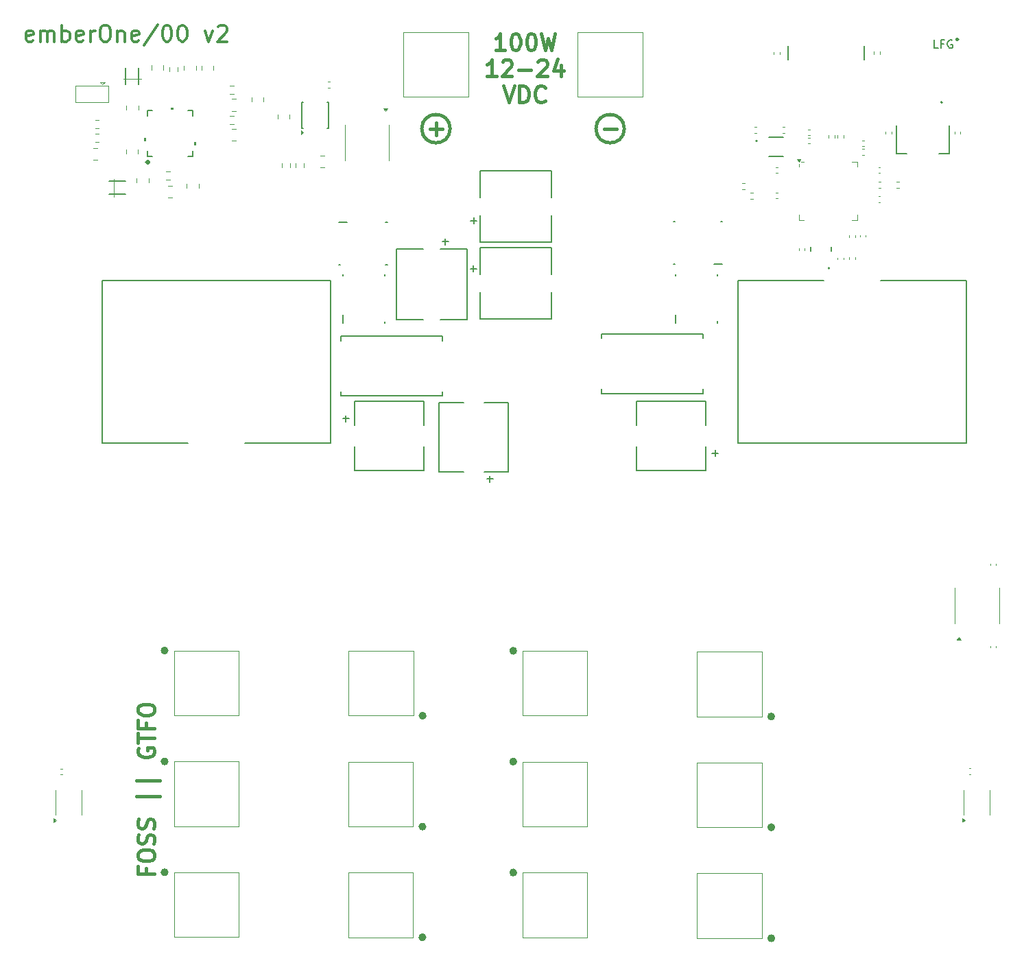
<source format=gbr>
%TF.GenerationSoftware,KiCad,Pcbnew,8.0.7*%
%TF.CreationDate,2025-01-15T12:36:28-05:00*%
%TF.ProjectId,emberone,656d6265-726f-46e6-952e-6b696361645f,rev?*%
%TF.SameCoordinates,Original*%
%TF.FileFunction,Legend,Top*%
%TF.FilePolarity,Positive*%
%FSLAX46Y46*%
G04 Gerber Fmt 4.6, Leading zero omitted, Abs format (unit mm)*
G04 Created by KiCad (PCBNEW 8.0.7) date 2025-01-15 12:36:28*
%MOMM*%
%LPD*%
G01*
G04 APERTURE LIST*
%ADD10C,0.400000*%
%ADD11C,0.150000*%
%ADD12C,0.350000*%
%ADD13C,0.152400*%
%ADD14C,0.120000*%
%ADD15C,0.471096*%
%ADD16C,0.127000*%
%ADD17C,0.200000*%
%ADD18C,0.264009*%
%ADD19C,0.177800*%
%ADD20C,0.350689*%
%ADD21C,0.000000*%
G04 APERTURE END LIST*
D10*
X130996819Y-184023985D02*
X130996819Y-184690652D01*
X132044438Y-184690652D02*
X130044438Y-184690652D01*
X130044438Y-184690652D02*
X130044438Y-183738271D01*
X130044438Y-182595414D02*
X130044438Y-182214461D01*
X130044438Y-182214461D02*
X130139676Y-182023985D01*
X130139676Y-182023985D02*
X130330152Y-181833509D01*
X130330152Y-181833509D02*
X130711104Y-181738271D01*
X130711104Y-181738271D02*
X131377771Y-181738271D01*
X131377771Y-181738271D02*
X131758723Y-181833509D01*
X131758723Y-181833509D02*
X131949200Y-182023985D01*
X131949200Y-182023985D02*
X132044438Y-182214461D01*
X132044438Y-182214461D02*
X132044438Y-182595414D01*
X132044438Y-182595414D02*
X131949200Y-182785890D01*
X131949200Y-182785890D02*
X131758723Y-182976366D01*
X131758723Y-182976366D02*
X131377771Y-183071604D01*
X131377771Y-183071604D02*
X130711104Y-183071604D01*
X130711104Y-183071604D02*
X130330152Y-182976366D01*
X130330152Y-182976366D02*
X130139676Y-182785890D01*
X130139676Y-182785890D02*
X130044438Y-182595414D01*
X131949200Y-180976366D02*
X132044438Y-180690652D01*
X132044438Y-180690652D02*
X132044438Y-180214461D01*
X132044438Y-180214461D02*
X131949200Y-180023985D01*
X131949200Y-180023985D02*
X131853961Y-179928747D01*
X131853961Y-179928747D02*
X131663485Y-179833509D01*
X131663485Y-179833509D02*
X131473009Y-179833509D01*
X131473009Y-179833509D02*
X131282533Y-179928747D01*
X131282533Y-179928747D02*
X131187295Y-180023985D01*
X131187295Y-180023985D02*
X131092057Y-180214461D01*
X131092057Y-180214461D02*
X130996819Y-180595414D01*
X130996819Y-180595414D02*
X130901580Y-180785890D01*
X130901580Y-180785890D02*
X130806342Y-180881128D01*
X130806342Y-180881128D02*
X130615866Y-180976366D01*
X130615866Y-180976366D02*
X130425390Y-180976366D01*
X130425390Y-180976366D02*
X130234914Y-180881128D01*
X130234914Y-180881128D02*
X130139676Y-180785890D01*
X130139676Y-180785890D02*
X130044438Y-180595414D01*
X130044438Y-180595414D02*
X130044438Y-180119223D01*
X130044438Y-180119223D02*
X130139676Y-179833509D01*
X131949200Y-179071604D02*
X132044438Y-178785890D01*
X132044438Y-178785890D02*
X132044438Y-178309699D01*
X132044438Y-178309699D02*
X131949200Y-178119223D01*
X131949200Y-178119223D02*
X131853961Y-178023985D01*
X131853961Y-178023985D02*
X131663485Y-177928747D01*
X131663485Y-177928747D02*
X131473009Y-177928747D01*
X131473009Y-177928747D02*
X131282533Y-178023985D01*
X131282533Y-178023985D02*
X131187295Y-178119223D01*
X131187295Y-178119223D02*
X131092057Y-178309699D01*
X131092057Y-178309699D02*
X130996819Y-178690652D01*
X130996819Y-178690652D02*
X130901580Y-178881128D01*
X130901580Y-178881128D02*
X130806342Y-178976366D01*
X130806342Y-178976366D02*
X130615866Y-179071604D01*
X130615866Y-179071604D02*
X130425390Y-179071604D01*
X130425390Y-179071604D02*
X130234914Y-178976366D01*
X130234914Y-178976366D02*
X130139676Y-178881128D01*
X130139676Y-178881128D02*
X130044438Y-178690652D01*
X130044438Y-178690652D02*
X130044438Y-178214461D01*
X130044438Y-178214461D02*
X130139676Y-177928747D01*
X132711104Y-175071604D02*
X129853961Y-175071604D01*
X132711104Y-173166842D02*
X129853961Y-173166842D01*
X130139676Y-169166841D02*
X130044438Y-169357317D01*
X130044438Y-169357317D02*
X130044438Y-169643031D01*
X130044438Y-169643031D02*
X130139676Y-169928746D01*
X130139676Y-169928746D02*
X130330152Y-170119222D01*
X130330152Y-170119222D02*
X130520628Y-170214460D01*
X130520628Y-170214460D02*
X130901580Y-170309698D01*
X130901580Y-170309698D02*
X131187295Y-170309698D01*
X131187295Y-170309698D02*
X131568247Y-170214460D01*
X131568247Y-170214460D02*
X131758723Y-170119222D01*
X131758723Y-170119222D02*
X131949200Y-169928746D01*
X131949200Y-169928746D02*
X132044438Y-169643031D01*
X132044438Y-169643031D02*
X132044438Y-169452555D01*
X132044438Y-169452555D02*
X131949200Y-169166841D01*
X131949200Y-169166841D02*
X131853961Y-169071603D01*
X131853961Y-169071603D02*
X131187295Y-169071603D01*
X131187295Y-169071603D02*
X131187295Y-169452555D01*
X130044438Y-168500174D02*
X130044438Y-167357317D01*
X132044438Y-167928746D02*
X130044438Y-167928746D01*
X130996819Y-166023983D02*
X130996819Y-166690650D01*
X132044438Y-166690650D02*
X130044438Y-166690650D01*
X130044438Y-166690650D02*
X130044438Y-165738269D01*
X130044438Y-164595412D02*
X130044438Y-164214459D01*
X130044438Y-164214459D02*
X130139676Y-164023983D01*
X130139676Y-164023983D02*
X130330152Y-163833507D01*
X130330152Y-163833507D02*
X130711104Y-163738269D01*
X130711104Y-163738269D02*
X131377771Y-163738269D01*
X131377771Y-163738269D02*
X131758723Y-163833507D01*
X131758723Y-163833507D02*
X131949200Y-164023983D01*
X131949200Y-164023983D02*
X132044438Y-164214459D01*
X132044438Y-164214459D02*
X132044438Y-164595412D01*
X132044438Y-164595412D02*
X131949200Y-164785888D01*
X131949200Y-164785888D02*
X131758723Y-164976364D01*
X131758723Y-164976364D02*
X131377771Y-165071602D01*
X131377771Y-165071602D02*
X130711104Y-165071602D01*
X130711104Y-165071602D02*
X130330152Y-164976364D01*
X130330152Y-164976364D02*
X130139676Y-164785888D01*
X130139676Y-164785888D02*
X130044438Y-164595412D01*
D11*
X228812969Y-82739819D02*
X228336779Y-82739819D01*
X228336779Y-82739819D02*
X228336779Y-81739819D01*
X229479636Y-82216009D02*
X229146303Y-82216009D01*
X229146303Y-82739819D02*
X229146303Y-81739819D01*
X229146303Y-81739819D02*
X229622493Y-81739819D01*
X230527255Y-81787438D02*
X230432017Y-81739819D01*
X230432017Y-81739819D02*
X230289160Y-81739819D01*
X230289160Y-81739819D02*
X230146303Y-81787438D01*
X230146303Y-81787438D02*
X230051065Y-81882676D01*
X230051065Y-81882676D02*
X230003446Y-81977914D01*
X230003446Y-81977914D02*
X229955827Y-82168390D01*
X229955827Y-82168390D02*
X229955827Y-82311247D01*
X229955827Y-82311247D02*
X230003446Y-82501723D01*
X230003446Y-82501723D02*
X230051065Y-82596961D01*
X230051065Y-82596961D02*
X230146303Y-82692200D01*
X230146303Y-82692200D02*
X230289160Y-82739819D01*
X230289160Y-82739819D02*
X230384398Y-82739819D01*
X230384398Y-82739819D02*
X230527255Y-82692200D01*
X230527255Y-82692200D02*
X230574874Y-82644580D01*
X230574874Y-82644580D02*
X230574874Y-82311247D01*
X230574874Y-82311247D02*
X230384398Y-82311247D01*
D10*
X187578095Y-92702533D02*
X189101905Y-92702533D01*
X190060000Y-92690000D02*
G75*
G02*
X186560000Y-92690000I-1750000J0D01*
G01*
X186560000Y-92690000D02*
G75*
G02*
X190060000Y-92690000I1750000J0D01*
G01*
X168560000Y-92690000D02*
G75*
G02*
X165060000Y-92690000I-1750000J0D01*
G01*
X165060000Y-92690000D02*
G75*
G02*
X168560000Y-92690000I1750000J0D01*
G01*
X166078095Y-92702533D02*
X167601905Y-92702533D01*
X166840000Y-93464438D02*
X166840000Y-91940628D01*
X175313809Y-82974662D02*
X174170952Y-82974662D01*
X174742380Y-82974662D02*
X174742380Y-80974662D01*
X174742380Y-80974662D02*
X174551904Y-81260376D01*
X174551904Y-81260376D02*
X174361428Y-81450852D01*
X174361428Y-81450852D02*
X174170952Y-81546090D01*
X176551904Y-80974662D02*
X176742381Y-80974662D01*
X176742381Y-80974662D02*
X176932857Y-81069900D01*
X176932857Y-81069900D02*
X177028095Y-81165138D01*
X177028095Y-81165138D02*
X177123333Y-81355614D01*
X177123333Y-81355614D02*
X177218571Y-81736566D01*
X177218571Y-81736566D02*
X177218571Y-82212757D01*
X177218571Y-82212757D02*
X177123333Y-82593709D01*
X177123333Y-82593709D02*
X177028095Y-82784185D01*
X177028095Y-82784185D02*
X176932857Y-82879424D01*
X176932857Y-82879424D02*
X176742381Y-82974662D01*
X176742381Y-82974662D02*
X176551904Y-82974662D01*
X176551904Y-82974662D02*
X176361428Y-82879424D01*
X176361428Y-82879424D02*
X176266190Y-82784185D01*
X176266190Y-82784185D02*
X176170952Y-82593709D01*
X176170952Y-82593709D02*
X176075714Y-82212757D01*
X176075714Y-82212757D02*
X176075714Y-81736566D01*
X176075714Y-81736566D02*
X176170952Y-81355614D01*
X176170952Y-81355614D02*
X176266190Y-81165138D01*
X176266190Y-81165138D02*
X176361428Y-81069900D01*
X176361428Y-81069900D02*
X176551904Y-80974662D01*
X178456666Y-80974662D02*
X178647143Y-80974662D01*
X178647143Y-80974662D02*
X178837619Y-81069900D01*
X178837619Y-81069900D02*
X178932857Y-81165138D01*
X178932857Y-81165138D02*
X179028095Y-81355614D01*
X179028095Y-81355614D02*
X179123333Y-81736566D01*
X179123333Y-81736566D02*
X179123333Y-82212757D01*
X179123333Y-82212757D02*
X179028095Y-82593709D01*
X179028095Y-82593709D02*
X178932857Y-82784185D01*
X178932857Y-82784185D02*
X178837619Y-82879424D01*
X178837619Y-82879424D02*
X178647143Y-82974662D01*
X178647143Y-82974662D02*
X178456666Y-82974662D01*
X178456666Y-82974662D02*
X178266190Y-82879424D01*
X178266190Y-82879424D02*
X178170952Y-82784185D01*
X178170952Y-82784185D02*
X178075714Y-82593709D01*
X178075714Y-82593709D02*
X177980476Y-82212757D01*
X177980476Y-82212757D02*
X177980476Y-81736566D01*
X177980476Y-81736566D02*
X178075714Y-81355614D01*
X178075714Y-81355614D02*
X178170952Y-81165138D01*
X178170952Y-81165138D02*
X178266190Y-81069900D01*
X178266190Y-81069900D02*
X178456666Y-80974662D01*
X179790000Y-80974662D02*
X180266190Y-82974662D01*
X180266190Y-82974662D02*
X180647143Y-81546090D01*
X180647143Y-81546090D02*
X181028095Y-82974662D01*
X181028095Y-82974662D02*
X181504286Y-80974662D01*
X174266190Y-86194550D02*
X173123333Y-86194550D01*
X173694761Y-86194550D02*
X173694761Y-84194550D01*
X173694761Y-84194550D02*
X173504285Y-84480264D01*
X173504285Y-84480264D02*
X173313809Y-84670740D01*
X173313809Y-84670740D02*
X173123333Y-84765978D01*
X175028095Y-84385026D02*
X175123333Y-84289788D01*
X175123333Y-84289788D02*
X175313809Y-84194550D01*
X175313809Y-84194550D02*
X175790000Y-84194550D01*
X175790000Y-84194550D02*
X175980476Y-84289788D01*
X175980476Y-84289788D02*
X176075714Y-84385026D01*
X176075714Y-84385026D02*
X176170952Y-84575502D01*
X176170952Y-84575502D02*
X176170952Y-84765978D01*
X176170952Y-84765978D02*
X176075714Y-85051692D01*
X176075714Y-85051692D02*
X174932857Y-86194550D01*
X174932857Y-86194550D02*
X176170952Y-86194550D01*
X177028095Y-85432645D02*
X178551905Y-85432645D01*
X179409047Y-84385026D02*
X179504285Y-84289788D01*
X179504285Y-84289788D02*
X179694761Y-84194550D01*
X179694761Y-84194550D02*
X180170952Y-84194550D01*
X180170952Y-84194550D02*
X180361428Y-84289788D01*
X180361428Y-84289788D02*
X180456666Y-84385026D01*
X180456666Y-84385026D02*
X180551904Y-84575502D01*
X180551904Y-84575502D02*
X180551904Y-84765978D01*
X180551904Y-84765978D02*
X180456666Y-85051692D01*
X180456666Y-85051692D02*
X179313809Y-86194550D01*
X179313809Y-86194550D02*
X180551904Y-86194550D01*
X182266190Y-84861216D02*
X182266190Y-86194550D01*
X181789999Y-84099312D02*
X181313809Y-85527883D01*
X181313809Y-85527883D02*
X182551904Y-85527883D01*
X175123333Y-87414438D02*
X175789999Y-89414438D01*
X175789999Y-89414438D02*
X176456666Y-87414438D01*
X177123333Y-89414438D02*
X177123333Y-87414438D01*
X177123333Y-87414438D02*
X177599523Y-87414438D01*
X177599523Y-87414438D02*
X177885238Y-87509676D01*
X177885238Y-87509676D02*
X178075714Y-87700152D01*
X178075714Y-87700152D02*
X178170952Y-87890628D01*
X178170952Y-87890628D02*
X178266190Y-88271580D01*
X178266190Y-88271580D02*
X178266190Y-88557295D01*
X178266190Y-88557295D02*
X178170952Y-88938247D01*
X178170952Y-88938247D02*
X178075714Y-89128723D01*
X178075714Y-89128723D02*
X177885238Y-89319200D01*
X177885238Y-89319200D02*
X177599523Y-89414438D01*
X177599523Y-89414438D02*
X177123333Y-89414438D01*
X180266190Y-89223961D02*
X180170952Y-89319200D01*
X180170952Y-89319200D02*
X179885238Y-89414438D01*
X179885238Y-89414438D02*
X179694762Y-89414438D01*
X179694762Y-89414438D02*
X179409047Y-89319200D01*
X179409047Y-89319200D02*
X179218571Y-89128723D01*
X179218571Y-89128723D02*
X179123333Y-88938247D01*
X179123333Y-88938247D02*
X179028095Y-88557295D01*
X179028095Y-88557295D02*
X179028095Y-88271580D01*
X179028095Y-88271580D02*
X179123333Y-87890628D01*
X179123333Y-87890628D02*
X179218571Y-87700152D01*
X179218571Y-87700152D02*
X179409047Y-87509676D01*
X179409047Y-87509676D02*
X179694762Y-87414438D01*
X179694762Y-87414438D02*
X179885238Y-87414438D01*
X179885238Y-87414438D02*
X180170952Y-87509676D01*
X180170952Y-87509676D02*
X180266190Y-87604914D01*
D12*
X117038358Y-81841800D02*
X116847882Y-81937038D01*
X116847882Y-81937038D02*
X116466929Y-81937038D01*
X116466929Y-81937038D02*
X116276453Y-81841800D01*
X116276453Y-81841800D02*
X116181215Y-81651323D01*
X116181215Y-81651323D02*
X116181215Y-80889419D01*
X116181215Y-80889419D02*
X116276453Y-80698942D01*
X116276453Y-80698942D02*
X116466929Y-80603704D01*
X116466929Y-80603704D02*
X116847882Y-80603704D01*
X116847882Y-80603704D02*
X117038358Y-80698942D01*
X117038358Y-80698942D02*
X117133596Y-80889419D01*
X117133596Y-80889419D02*
X117133596Y-81079895D01*
X117133596Y-81079895D02*
X116181215Y-81270371D01*
X117990739Y-81937038D02*
X117990739Y-80603704D01*
X117990739Y-80794180D02*
X118085977Y-80698942D01*
X118085977Y-80698942D02*
X118276453Y-80603704D01*
X118276453Y-80603704D02*
X118562168Y-80603704D01*
X118562168Y-80603704D02*
X118752644Y-80698942D01*
X118752644Y-80698942D02*
X118847882Y-80889419D01*
X118847882Y-80889419D02*
X118847882Y-81937038D01*
X118847882Y-80889419D02*
X118943120Y-80698942D01*
X118943120Y-80698942D02*
X119133596Y-80603704D01*
X119133596Y-80603704D02*
X119419310Y-80603704D01*
X119419310Y-80603704D02*
X119609787Y-80698942D01*
X119609787Y-80698942D02*
X119705025Y-80889419D01*
X119705025Y-80889419D02*
X119705025Y-81937038D01*
X120657406Y-81937038D02*
X120657406Y-79937038D01*
X120657406Y-80698942D02*
X120847882Y-80603704D01*
X120847882Y-80603704D02*
X121228835Y-80603704D01*
X121228835Y-80603704D02*
X121419311Y-80698942D01*
X121419311Y-80698942D02*
X121514549Y-80794180D01*
X121514549Y-80794180D02*
X121609787Y-80984657D01*
X121609787Y-80984657D02*
X121609787Y-81556085D01*
X121609787Y-81556085D02*
X121514549Y-81746561D01*
X121514549Y-81746561D02*
X121419311Y-81841800D01*
X121419311Y-81841800D02*
X121228835Y-81937038D01*
X121228835Y-81937038D02*
X120847882Y-81937038D01*
X120847882Y-81937038D02*
X120657406Y-81841800D01*
X123228835Y-81841800D02*
X123038359Y-81937038D01*
X123038359Y-81937038D02*
X122657406Y-81937038D01*
X122657406Y-81937038D02*
X122466930Y-81841800D01*
X122466930Y-81841800D02*
X122371692Y-81651323D01*
X122371692Y-81651323D02*
X122371692Y-80889419D01*
X122371692Y-80889419D02*
X122466930Y-80698942D01*
X122466930Y-80698942D02*
X122657406Y-80603704D01*
X122657406Y-80603704D02*
X123038359Y-80603704D01*
X123038359Y-80603704D02*
X123228835Y-80698942D01*
X123228835Y-80698942D02*
X123324073Y-80889419D01*
X123324073Y-80889419D02*
X123324073Y-81079895D01*
X123324073Y-81079895D02*
X122371692Y-81270371D01*
X124181216Y-81937038D02*
X124181216Y-80603704D01*
X124181216Y-80984657D02*
X124276454Y-80794180D01*
X124276454Y-80794180D02*
X124371692Y-80698942D01*
X124371692Y-80698942D02*
X124562168Y-80603704D01*
X124562168Y-80603704D02*
X124752645Y-80603704D01*
X125800263Y-79937038D02*
X126181216Y-79937038D01*
X126181216Y-79937038D02*
X126371692Y-80032276D01*
X126371692Y-80032276D02*
X126562168Y-80222752D01*
X126562168Y-80222752D02*
X126657406Y-80603704D01*
X126657406Y-80603704D02*
X126657406Y-81270371D01*
X126657406Y-81270371D02*
X126562168Y-81651323D01*
X126562168Y-81651323D02*
X126371692Y-81841800D01*
X126371692Y-81841800D02*
X126181216Y-81937038D01*
X126181216Y-81937038D02*
X125800263Y-81937038D01*
X125800263Y-81937038D02*
X125609787Y-81841800D01*
X125609787Y-81841800D02*
X125419311Y-81651323D01*
X125419311Y-81651323D02*
X125324073Y-81270371D01*
X125324073Y-81270371D02*
X125324073Y-80603704D01*
X125324073Y-80603704D02*
X125419311Y-80222752D01*
X125419311Y-80222752D02*
X125609787Y-80032276D01*
X125609787Y-80032276D02*
X125800263Y-79937038D01*
X127514549Y-80603704D02*
X127514549Y-81937038D01*
X127514549Y-80794180D02*
X127609787Y-80698942D01*
X127609787Y-80698942D02*
X127800263Y-80603704D01*
X127800263Y-80603704D02*
X128085978Y-80603704D01*
X128085978Y-80603704D02*
X128276454Y-80698942D01*
X128276454Y-80698942D02*
X128371692Y-80889419D01*
X128371692Y-80889419D02*
X128371692Y-81937038D01*
X130085978Y-81841800D02*
X129895502Y-81937038D01*
X129895502Y-81937038D02*
X129514549Y-81937038D01*
X129514549Y-81937038D02*
X129324073Y-81841800D01*
X129324073Y-81841800D02*
X129228835Y-81651323D01*
X129228835Y-81651323D02*
X129228835Y-80889419D01*
X129228835Y-80889419D02*
X129324073Y-80698942D01*
X129324073Y-80698942D02*
X129514549Y-80603704D01*
X129514549Y-80603704D02*
X129895502Y-80603704D01*
X129895502Y-80603704D02*
X130085978Y-80698942D01*
X130085978Y-80698942D02*
X130181216Y-80889419D01*
X130181216Y-80889419D02*
X130181216Y-81079895D01*
X130181216Y-81079895D02*
X129228835Y-81270371D01*
X132466930Y-79841800D02*
X130752645Y-82413228D01*
X133514549Y-79937038D02*
X133705026Y-79937038D01*
X133705026Y-79937038D02*
X133895502Y-80032276D01*
X133895502Y-80032276D02*
X133990740Y-80127514D01*
X133990740Y-80127514D02*
X134085978Y-80317990D01*
X134085978Y-80317990D02*
X134181216Y-80698942D01*
X134181216Y-80698942D02*
X134181216Y-81175133D01*
X134181216Y-81175133D02*
X134085978Y-81556085D01*
X134085978Y-81556085D02*
X133990740Y-81746561D01*
X133990740Y-81746561D02*
X133895502Y-81841800D01*
X133895502Y-81841800D02*
X133705026Y-81937038D01*
X133705026Y-81937038D02*
X133514549Y-81937038D01*
X133514549Y-81937038D02*
X133324073Y-81841800D01*
X133324073Y-81841800D02*
X133228835Y-81746561D01*
X133228835Y-81746561D02*
X133133597Y-81556085D01*
X133133597Y-81556085D02*
X133038359Y-81175133D01*
X133038359Y-81175133D02*
X133038359Y-80698942D01*
X133038359Y-80698942D02*
X133133597Y-80317990D01*
X133133597Y-80317990D02*
X133228835Y-80127514D01*
X133228835Y-80127514D02*
X133324073Y-80032276D01*
X133324073Y-80032276D02*
X133514549Y-79937038D01*
X135419311Y-79937038D02*
X135609788Y-79937038D01*
X135609788Y-79937038D02*
X135800264Y-80032276D01*
X135800264Y-80032276D02*
X135895502Y-80127514D01*
X135895502Y-80127514D02*
X135990740Y-80317990D01*
X135990740Y-80317990D02*
X136085978Y-80698942D01*
X136085978Y-80698942D02*
X136085978Y-81175133D01*
X136085978Y-81175133D02*
X135990740Y-81556085D01*
X135990740Y-81556085D02*
X135895502Y-81746561D01*
X135895502Y-81746561D02*
X135800264Y-81841800D01*
X135800264Y-81841800D02*
X135609788Y-81937038D01*
X135609788Y-81937038D02*
X135419311Y-81937038D01*
X135419311Y-81937038D02*
X135228835Y-81841800D01*
X135228835Y-81841800D02*
X135133597Y-81746561D01*
X135133597Y-81746561D02*
X135038359Y-81556085D01*
X135038359Y-81556085D02*
X134943121Y-81175133D01*
X134943121Y-81175133D02*
X134943121Y-80698942D01*
X134943121Y-80698942D02*
X135038359Y-80317990D01*
X135038359Y-80317990D02*
X135133597Y-80127514D01*
X135133597Y-80127514D02*
X135228835Y-80032276D01*
X135228835Y-80032276D02*
X135419311Y-79937038D01*
X138276455Y-80603704D02*
X138752645Y-81937038D01*
X138752645Y-81937038D02*
X139228836Y-80603704D01*
X139895503Y-80127514D02*
X139990741Y-80032276D01*
X139990741Y-80032276D02*
X140181217Y-79937038D01*
X140181217Y-79937038D02*
X140657408Y-79937038D01*
X140657408Y-79937038D02*
X140847884Y-80032276D01*
X140847884Y-80032276D02*
X140943122Y-80127514D01*
X140943122Y-80127514D02*
X141038360Y-80317990D01*
X141038360Y-80317990D02*
X141038360Y-80508466D01*
X141038360Y-80508466D02*
X140943122Y-80794180D01*
X140943122Y-80794180D02*
X139800265Y-81937038D01*
X139800265Y-81937038D02*
X141038360Y-81937038D01*
D11*
X171066779Y-109978866D02*
X171828684Y-109978866D01*
X171447731Y-110359819D02*
X171447731Y-109597914D01*
X167971133Y-106256779D02*
X167971133Y-107018684D01*
X167590180Y-106637731D02*
X168352085Y-106637731D01*
X171096779Y-104048866D02*
X171858684Y-104048866D01*
X171477731Y-104429819D02*
X171477731Y-103667914D01*
X155286779Y-128468866D02*
X156048684Y-128468866D01*
X155667731Y-128849819D02*
X155667731Y-128087914D01*
X173448866Y-136323220D02*
X173448866Y-135561316D01*
X173829819Y-135942268D02*
X173067914Y-135942268D01*
X201643220Y-132751133D02*
X200881316Y-132751133D01*
X201262268Y-132370180D02*
X201262268Y-133132085D01*
D13*
%TO.C,C4*%
X172272900Y-107378500D02*
X172272900Y-110677960D01*
X172272900Y-112842040D02*
X172272900Y-116141500D01*
X172272900Y-116141500D02*
X181035900Y-116141500D01*
X181035900Y-107378500D02*
X172272900Y-107378500D01*
X181035900Y-110677960D02*
X181035900Y-107378500D01*
X181035900Y-116141500D02*
X181035900Y-112842040D01*
%TO.C,C1*%
X170681500Y-107530800D02*
X167382040Y-107530800D01*
X165217960Y-107530800D02*
X161918500Y-107530800D01*
X161918500Y-107530800D02*
X161918500Y-116293800D01*
X170681500Y-116293800D02*
X170681500Y-107530800D01*
X167382040Y-116293800D02*
X170681500Y-116293800D01*
X161918500Y-116293800D02*
X165217960Y-116293800D01*
%TO.C,C3*%
X172272900Y-97918500D02*
X172272900Y-101217960D01*
X172272900Y-103382040D02*
X172272900Y-106681500D01*
X172272900Y-106681500D02*
X181035900Y-106681500D01*
X181035900Y-97918500D02*
X172272900Y-97918500D01*
X181035900Y-101217960D02*
X181035900Y-97918500D01*
X181035900Y-106681500D02*
X181035900Y-103382040D01*
%TO.C,U55*%
D14*
X163990000Y-178835000D02*
X155990000Y-178835000D01*
X155990000Y-170835000D01*
X163990000Y-170835000D01*
X163990000Y-178835000D01*
D15*
X165375548Y-178845000D02*
G75*
G02*
X164904452Y-178845000I-235548J0D01*
G01*
X164904452Y-178845000D02*
G75*
G02*
X165375548Y-178845000I235548J0D01*
G01*
%TO.C,U65*%
D14*
X177500000Y-184525000D02*
X185500000Y-184525000D01*
X185500000Y-192525000D01*
X177500000Y-192525000D01*
X177500000Y-184525000D01*
D15*
X176585548Y-184515000D02*
G75*
G02*
X176114452Y-184515000I-235548J0D01*
G01*
X176114452Y-184515000D02*
G75*
G02*
X176585548Y-184515000I235548J0D01*
G01*
%TO.C,U47*%
D14*
X134460000Y-184495000D02*
X142460000Y-184495000D01*
X142460000Y-192495000D01*
X134460000Y-192495000D01*
X134460000Y-184495000D01*
D15*
X133545548Y-184485000D02*
G75*
G02*
X133074452Y-184485000I-235548J0D01*
G01*
X133074452Y-184485000D02*
G75*
G02*
X133545548Y-184485000I235548J0D01*
G01*
%TO.C,U74*%
D14*
X207050000Y-165245000D02*
X199050000Y-165245000D01*
X199050000Y-157245000D01*
X207050000Y-157245000D01*
X207050000Y-165245000D01*
D15*
X208435548Y-165255000D02*
G75*
G02*
X207964452Y-165255000I-235548J0D01*
G01*
X207964452Y-165255000D02*
G75*
G02*
X208435548Y-165255000I235548J0D01*
G01*
%TO.C,U54*%
D14*
X163990000Y-192505000D02*
X155990000Y-192505000D01*
X155990000Y-184505000D01*
X163990000Y-184505000D01*
X163990000Y-192505000D01*
D15*
X165375548Y-192515000D02*
G75*
G02*
X164904452Y-192515000I-235548J0D01*
G01*
X164904452Y-192515000D02*
G75*
G02*
X165375548Y-192515000I235548J0D01*
G01*
%TO.C,U46*%
D14*
X134460000Y-170815000D02*
X142460000Y-170815000D01*
X142460000Y-178815000D01*
X134460000Y-178815000D01*
X134460000Y-170815000D01*
D15*
X133545548Y-170805000D02*
G75*
G02*
X133074452Y-170805000I-235548J0D01*
G01*
X133074452Y-170805000D02*
G75*
G02*
X133545548Y-170805000I235548J0D01*
G01*
%TO.C,U45*%
D14*
X134460000Y-157125000D02*
X142460000Y-157125000D01*
X142460000Y-165125000D01*
X134460000Y-165125000D01*
X134460000Y-157125000D01*
D15*
X133545548Y-157115000D02*
G75*
G02*
X133074452Y-157115000I-235548J0D01*
G01*
X133074452Y-157115000D02*
G75*
G02*
X133545548Y-157115000I235548J0D01*
G01*
%TO.C,U72*%
D14*
X207050000Y-192615000D02*
X199050000Y-192615000D01*
X199050000Y-184615000D01*
X207050000Y-184615000D01*
X207050000Y-192615000D01*
D15*
X208435548Y-192625000D02*
G75*
G02*
X207964452Y-192625000I-235548J0D01*
G01*
X207964452Y-192625000D02*
G75*
G02*
X208435548Y-192625000I235548J0D01*
G01*
%TO.C,U63*%
D14*
X177500000Y-157155000D02*
X185500000Y-157155000D01*
X185500000Y-165155000D01*
X177500000Y-165155000D01*
X177500000Y-157155000D01*
D15*
X176585548Y-157145000D02*
G75*
G02*
X176114452Y-157145000I-235548J0D01*
G01*
X176114452Y-157145000D02*
G75*
G02*
X176585548Y-157145000I235548J0D01*
G01*
%TO.C,U64*%
D14*
X177500000Y-170835000D02*
X185500000Y-170835000D01*
X185500000Y-178835000D01*
X177500000Y-178835000D01*
X177500000Y-170835000D01*
D15*
X176585548Y-170825000D02*
G75*
G02*
X176114452Y-170825000I-235548J0D01*
G01*
X176114452Y-170825000D02*
G75*
G02*
X176585548Y-170825000I235548J0D01*
G01*
%TO.C,U73*%
D14*
X207050000Y-178925000D02*
X199050000Y-178925000D01*
X199050000Y-170925000D01*
X207050000Y-170925000D01*
X207050000Y-178925000D01*
D15*
X208435548Y-178935000D02*
G75*
G02*
X207964452Y-178935000I-235548J0D01*
G01*
X207964452Y-178935000D02*
G75*
G02*
X208435548Y-178935000I235548J0D01*
G01*
%TO.C,U56*%
D14*
X164010000Y-165155000D02*
X156010000Y-165155000D01*
X156010000Y-157155000D01*
X164010000Y-157155000D01*
X164010000Y-165155000D01*
D15*
X165395548Y-165165000D02*
G75*
G02*
X164924452Y-165165000I-235548J0D01*
G01*
X164924452Y-165165000D02*
G75*
G02*
X165395548Y-165165000I235548J0D01*
G01*
D16*
%TO.C,J6*%
X210310000Y-84140000D02*
X210310000Y-82440000D01*
X219650000Y-84140000D02*
X219650000Y-82440000D01*
D13*
%TO.C,C16*%
X156780100Y-126330100D02*
X156780100Y-129324760D01*
X156780100Y-131895240D02*
X156780100Y-134889900D01*
X156780100Y-134889900D02*
X165339900Y-134889900D01*
X165339900Y-126330100D02*
X156780100Y-126330100D01*
X165339900Y-129324760D02*
X165339900Y-126330100D01*
X165339900Y-134889900D02*
X165339900Y-131895240D01*
D14*
%TO.C,U4*%
X230890000Y-151572500D02*
X230890000Y-149372500D01*
X230890000Y-151572500D02*
X230890000Y-153772500D01*
X236360000Y-151572500D02*
X236360000Y-149372500D01*
X236360000Y-151572500D02*
X236360000Y-153772500D01*
X231590000Y-155762500D02*
X231110000Y-155762500D01*
X231350000Y-155432500D01*
X231590000Y-155762500D01*
G36*
X231590000Y-155762500D02*
G01*
X231110000Y-155762500D01*
X231350000Y-155432500D01*
X231590000Y-155762500D01*
G37*
%TO.C,R6*%
X147757500Y-97457258D02*
X147757500Y-96982742D01*
X148802500Y-97457258D02*
X148802500Y-96982742D01*
%TO.C,C11*%
X144055000Y-89341252D02*
X144055000Y-88818748D01*
X145525000Y-89341252D02*
X145525000Y-88818748D01*
D13*
%TO.C,D1*%
X126421300Y-100800500D02*
X128478700Y-100800500D01*
D14*
X127070000Y-98915000D02*
X127070000Y-101125000D01*
D13*
X128478700Y-99149500D02*
X126421300Y-99149500D01*
D14*
%TO.C,R5*%
X133997258Y-97967500D02*
X133522742Y-97967500D01*
X133997258Y-99012500D02*
X133522742Y-99012500D01*
%TO.C,R20*%
X205943641Y-101320000D02*
X205636359Y-101320000D01*
X205943641Y-100560000D02*
X205636359Y-100560000D01*
D17*
%TO.C,Q4*%
X196380000Y-110845003D02*
X196380000Y-110645003D01*
X196380000Y-116645001D02*
X196380000Y-115645003D01*
X201580000Y-110845003D02*
X201580000Y-110645003D01*
X201580000Y-116645001D02*
X201580000Y-116445001D01*
D14*
%TO.C,C15*%
X128615000Y-90371252D02*
X128615000Y-89848748D01*
X130085000Y-90371252D02*
X130085000Y-89848748D01*
%TO.C,C101*%
X219637836Y-94150000D02*
X219422164Y-94150000D01*
X219637836Y-94870000D02*
X219422164Y-94870000D01*
%TO.C,C7*%
X137865000Y-85421252D02*
X137865000Y-84898748D01*
X139335000Y-85421252D02*
X139335000Y-84898748D01*
%TO.C,C9*%
X136065000Y-99458748D02*
X136065000Y-99981252D01*
X137535000Y-99458748D02*
X137535000Y-99981252D01*
%TO.C,C5*%
X129865000Y-98818748D02*
X129865000Y-99341252D01*
X131335000Y-98818748D02*
X131335000Y-99341252D01*
%TO.C,JP1*%
X122290000Y-87430000D02*
X126390000Y-87430000D01*
X122290000Y-89430000D02*
X122290000Y-87430000D01*
X125640000Y-87230000D02*
X125340000Y-86930000D01*
X125640000Y-87230000D02*
X125940000Y-86930000D01*
X125940000Y-86930000D02*
X125340000Y-86930000D01*
X126390000Y-87430000D02*
X126390000Y-89430000D01*
X126390000Y-89430000D02*
X122290000Y-89430000D01*
%TO.C,U27*%
X211590000Y-96767500D02*
X211350000Y-96437500D01*
X211830000Y-96437500D01*
X211590000Y-96767500D01*
G36*
X211590000Y-96767500D02*
G01*
X211350000Y-96437500D01*
X211830000Y-96437500D01*
X211590000Y-96767500D01*
G37*
X218810000Y-103987500D02*
X218810000Y-103337500D01*
X218810000Y-96767500D02*
X218810000Y-97417500D01*
X218160000Y-103987500D02*
X218810000Y-103987500D01*
X218160000Y-96767500D02*
X218810000Y-96767500D01*
X212240000Y-103987500D02*
X211590000Y-103987500D01*
X212240000Y-96767500D02*
X211890000Y-96767500D01*
X211590000Y-103987500D02*
X211590000Y-103337500D01*
X211590000Y-97417500D02*
X211590000Y-97007500D01*
%TO.C,R9*%
X133917500Y-85132742D02*
X133917500Y-85607258D01*
X134962500Y-85132742D02*
X134962500Y-85607258D01*
%TO.C,C22*%
X235240000Y-146362164D02*
X235240000Y-146577836D01*
X235960000Y-146362164D02*
X235960000Y-146577836D01*
%TO.C,C107*%
X208792164Y-100580000D02*
X209007836Y-100580000D01*
X208792164Y-101300000D02*
X209007836Y-101300000D01*
D13*
%TO.C,C17*%
X167204932Y-126502029D02*
X167204932Y-135061829D01*
X167204932Y-135061829D02*
X170199592Y-135061829D01*
X170199592Y-126502029D02*
X167204932Y-126502029D01*
X172770072Y-135061829D02*
X175764732Y-135061829D01*
X175764732Y-126502029D02*
X172770072Y-126502029D01*
X175764732Y-135061829D02*
X175764732Y-126502029D01*
D14*
%TO.C,C20*%
X153071252Y-95995000D02*
X152548748Y-95995000D01*
X153071252Y-97465000D02*
X152548748Y-97465000D01*
%TO.C,R52*%
X208460000Y-83513641D02*
X208460000Y-83206359D01*
X209220000Y-83513641D02*
X209220000Y-83206359D01*
%TO.C,R53*%
X215250000Y-93496359D02*
X215250000Y-93803641D01*
X216010000Y-93496359D02*
X216010000Y-93803641D01*
%TO.C,U9*%
D18*
X231296013Y-81670000D02*
G75*
G02*
X231032005Y-81670000I-132004J0D01*
G01*
X231032005Y-81670000D02*
G75*
G02*
X231296013Y-81670000I132004J0D01*
G01*
D14*
%TO.C,R4*%
X141867258Y-87397500D02*
X141392742Y-87397500D01*
X141867258Y-88442500D02*
X141392742Y-88442500D01*
%TO.C,C106*%
X219160000Y-106027836D02*
X219160000Y-105812164D01*
X219880000Y-106027836D02*
X219880000Y-105812164D01*
%TO.C,C99*%
X209612164Y-92490000D02*
X209827836Y-92490000D01*
X209612164Y-93210000D02*
X209827836Y-93210000D01*
%TO.C,U7*%
X231960000Y-175850000D02*
X231960000Y-174350000D01*
X231960000Y-175850000D02*
X231960000Y-177350000D01*
X235180000Y-175850000D02*
X235180000Y-174350000D01*
X235180000Y-175850000D02*
X235180000Y-177350000D01*
X232085000Y-178037500D02*
X231755000Y-178277500D01*
X231755000Y-177797500D01*
X232085000Y-178037500D01*
G36*
X232085000Y-178037500D02*
G01*
X231755000Y-178277500D01*
X231755000Y-177797500D01*
X232085000Y-178037500D01*
G37*
D13*
%TO.C,C18*%
X191590100Y-126330100D02*
X191590100Y-129324760D01*
X191590100Y-131895240D02*
X191590100Y-134889900D01*
X191590100Y-134889900D02*
X200149900Y-134889900D01*
X200149900Y-126330100D02*
X191590100Y-126330100D01*
X200149900Y-129324760D02*
X200149900Y-126330100D01*
X200149900Y-134889900D02*
X200149900Y-131895240D01*
D14*
%TO.C,J1*%
X162795549Y-80750000D02*
X170795549Y-80750000D01*
X162795549Y-88750000D02*
X162795549Y-80750000D01*
X170795549Y-80750000D02*
X170795549Y-88750000D01*
X170795549Y-88750000D02*
X162795549Y-88750000D01*
%TO.C,D2*%
X128245000Y-86570000D02*
X130455000Y-86570000D01*
D13*
X128479500Y-85161300D02*
X128479500Y-87218700D01*
X130130500Y-87218700D02*
X130130500Y-85161300D01*
D14*
%TO.C,C24*%
X120472164Y-171680000D02*
X120687836Y-171680000D01*
X120472164Y-172400000D02*
X120687836Y-172400000D01*
D13*
%TO.C,L1*%
X125586949Y-111420949D02*
X125586949Y-131486949D01*
X125586949Y-131486949D02*
X136176209Y-131486949D01*
X143191689Y-131486949D02*
X153780949Y-131486949D01*
X153780949Y-111420949D02*
X125586949Y-111420949D01*
X153780949Y-131486949D02*
X153780949Y-111420949D01*
D14*
%TO.C,C100*%
X212772164Y-93790000D02*
X212987836Y-93790000D01*
X212772164Y-94510000D02*
X212987836Y-94510000D01*
D16*
%TO.C,U10*%
X223680000Y-92280000D02*
X223680000Y-95780000D01*
X223680000Y-95780000D02*
X224920000Y-95780000D01*
X230180000Y-92280000D02*
X230180000Y-95780000D01*
X230180000Y-95780000D02*
X228940000Y-95780000D01*
D17*
X229330000Y-89430000D02*
G75*
G02*
X229130000Y-89430000I-100000J0D01*
G01*
X229130000Y-89430000D02*
G75*
G02*
X229330000Y-89430000I100000J0D01*
G01*
D14*
%TO.C,R7*%
X149467500Y-96982742D02*
X149467500Y-97457258D01*
X150512500Y-96982742D02*
X150512500Y-97457258D01*
%TO.C,C105*%
X217820000Y-106077836D02*
X217820000Y-105862164D01*
X218540000Y-106077836D02*
X218540000Y-105862164D01*
%TO.C,C90*%
X222320000Y-93082164D02*
X222320000Y-93297836D01*
X223040000Y-93082164D02*
X223040000Y-93297836D01*
%TO.C,C96*%
X216390000Y-108602164D02*
X216390000Y-108817836D01*
X217110000Y-108602164D02*
X217110000Y-108817836D01*
%TO.C,C25*%
X232622164Y-171650000D02*
X232837836Y-171650000D01*
X232622164Y-172370000D02*
X232837836Y-172370000D01*
D13*
%TO.C,U8*%
X207885855Y-96141099D02*
X209698545Y-96141099D01*
X209698545Y-93778899D02*
X207885855Y-93778899D01*
D19*
X206476100Y-94209999D02*
G75*
G02*
X206298300Y-94209999I-88900J0D01*
G01*
X206298300Y-94209999D02*
G75*
G02*
X206476100Y-94209999I88900J0D01*
G01*
D14*
%TO.C,C21*%
X235240000Y-156552164D02*
X235240000Y-156767836D01*
X235960000Y-156552164D02*
X235960000Y-156767836D01*
%TO.C,C104*%
X221647836Y-97445000D02*
X221432164Y-97445000D01*
X221647836Y-98165000D02*
X221432164Y-98165000D01*
D17*
%TO.C,Q2*%
X155295000Y-110880002D02*
X155295000Y-110680002D01*
X155295000Y-116680000D02*
X155295000Y-115680002D01*
X160495000Y-110880002D02*
X160495000Y-110680002D01*
X160495000Y-116680000D02*
X160495000Y-116480000D01*
D14*
%TO.C,C108*%
X219637836Y-95210000D02*
X219422164Y-95210000D01*
X219637836Y-95930000D02*
X219422164Y-95930000D01*
%TO.C,R51*%
X220840000Y-83503641D02*
X220840000Y-83196359D01*
X221600000Y-83503641D02*
X221600000Y-83196359D01*
%TO.C,C109*%
X208782164Y-97425000D02*
X208997836Y-97425000D01*
X208782164Y-98145000D02*
X208997836Y-98145000D01*
D13*
%TO.C,R10*%
X187241600Y-118017000D02*
X187241600Y-118573260D01*
X187241600Y-124826740D02*
X187241600Y-125383000D01*
X187241600Y-125383000D02*
X199738400Y-125383000D01*
X199738400Y-118017000D02*
X187241600Y-118017000D01*
X199738400Y-118573260D02*
X199738400Y-118017000D01*
X199738400Y-125383000D02*
X199738400Y-124826740D01*
D14*
%TO.C,R22*%
X223676359Y-99240000D02*
X223983641Y-99240000D01*
X223676359Y-100000000D02*
X223983641Y-100000000D01*
%TO.C,R3*%
X141392742Y-91087500D02*
X141867258Y-91087500D01*
X141392742Y-92132500D02*
X141867258Y-92132500D01*
%TO.C,C2*%
X125001252Y-95075000D02*
X124478748Y-95075000D01*
X125001252Y-96545000D02*
X124478748Y-96545000D01*
%TO.C,C10*%
X134231252Y-99715000D02*
X133708748Y-99715000D01*
X134231252Y-101185000D02*
X133708748Y-101185000D01*
D16*
%TO.C,Y1*%
X213100000Y-107295000D02*
X213100000Y-107835000D01*
X215600000Y-107835000D02*
X215600000Y-107295000D01*
D17*
X215420000Y-109915000D02*
G75*
G02*
X215220000Y-109915000I-100000J0D01*
G01*
X215220000Y-109915000D02*
G75*
G02*
X215420000Y-109915000I100000J0D01*
G01*
D14*
%TO.C,R2*%
X125207258Y-91627500D02*
X124732742Y-91627500D01*
X125207258Y-92672500D02*
X124732742Y-92672500D01*
%TO.C,C13*%
X128578949Y-95263591D02*
X128578949Y-95786095D01*
X130048949Y-95263591D02*
X130048949Y-95786095D01*
%TO.C,C102*%
X217820000Y-108807836D02*
X217820000Y-108592164D01*
X218540000Y-108807836D02*
X218540000Y-108592164D01*
D11*
%TO.C,U2*%
X150278949Y-89421051D02*
X150453949Y-89421051D01*
X150278949Y-92671051D02*
X150278949Y-89421051D01*
X150278949Y-92671051D02*
X150453949Y-92671051D01*
X153353949Y-89421051D02*
X153528949Y-89421051D01*
X153353949Y-92671051D02*
X153528949Y-92671051D01*
X153528949Y-92671051D02*
X153528949Y-89421051D01*
D14*
X150453949Y-93146051D02*
X150123949Y-93386051D01*
X150123949Y-92906051D01*
X150453949Y-93146051D01*
G36*
X150453949Y-93146051D02*
G01*
X150123949Y-93386051D01*
X150123949Y-92906051D01*
X150453949Y-93146051D01*
G37*
%TO.C,C110*%
X212772164Y-92790000D02*
X212987836Y-92790000D01*
X212772164Y-93510000D02*
X212987836Y-93510000D01*
D13*
%TO.C,U1*%
X131207249Y-90474349D02*
X131207249Y-91087201D01*
X131207249Y-95474897D02*
X131207249Y-96087749D01*
X131207249Y-96087749D02*
X131820101Y-96087749D01*
X131820101Y-90474349D02*
X131207249Y-90474349D01*
X136207797Y-96087749D02*
X136820649Y-96087749D01*
X136820649Y-90474349D02*
X136207797Y-90474349D01*
X136820649Y-91087201D02*
X136820649Y-90474349D01*
X136820649Y-96087749D02*
X136820649Y-95474897D01*
D20*
X131399293Y-96831049D02*
G75*
G02*
X131048605Y-96831049I-175344J0D01*
G01*
X131048605Y-96831049D02*
G75*
G02*
X131399293Y-96831049I175344J0D01*
G01*
D21*
G36*
X131054849Y-94221550D02*
G01*
X130800849Y-94221550D01*
X130800849Y-93840550D01*
X131054849Y-93840550D01*
X131054849Y-94221550D01*
G37*
G36*
X134454449Y-90321949D02*
G01*
X134073448Y-90321949D01*
X134073448Y-90067949D01*
X134454449Y-90067949D01*
X134454449Y-90321949D01*
G37*
G36*
X137227049Y-94721549D02*
G01*
X136973049Y-94721549D01*
X136973049Y-94340549D01*
X137227049Y-94340549D01*
X137227049Y-94721549D01*
G37*
D14*
%TO.C,R19*%
X204923641Y-99430000D02*
X204616359Y-99430000D01*
X204923641Y-100190000D02*
X204616359Y-100190000D01*
%TO.C,C8*%
X141588748Y-89035000D02*
X142111252Y-89035000D01*
X141588748Y-90505000D02*
X142111252Y-90505000D01*
%TO.C,C12*%
X142126252Y-92715000D02*
X141603748Y-92715000D01*
X142126252Y-94185000D02*
X141603748Y-94185000D01*
%TO.C,R1*%
X124742742Y-93317500D02*
X125217258Y-93317500D01*
X124742742Y-94362500D02*
X125217258Y-94362500D01*
D13*
%TO.C,R8*%
X155101600Y-118307000D02*
X155101600Y-118863260D01*
X155101600Y-125116740D02*
X155101600Y-125673000D01*
X155101600Y-125673000D02*
X167598400Y-125673000D01*
X167598400Y-118307000D02*
X155101600Y-118307000D01*
X167598400Y-118863260D02*
X167598400Y-118307000D01*
X167598400Y-125673000D02*
X167598400Y-125116740D01*
D14*
%TO.C,C19*%
X147245000Y-90948748D02*
X147245000Y-91471252D01*
X148715000Y-90948748D02*
X148715000Y-91471252D01*
%TO.C,C6*%
X135725000Y-85421252D02*
X135725000Y-84898748D01*
X137195000Y-85421252D02*
X137195000Y-84898748D01*
%TO.C,C103*%
X221647836Y-101025000D02*
X221432164Y-101025000D01*
X221647836Y-101745000D02*
X221432164Y-101745000D01*
%TO.C,R54*%
X216350000Y-93496359D02*
X216350000Y-93803641D01*
X217110000Y-93496359D02*
X217110000Y-93803641D01*
%TO.C,R11*%
X153446359Y-86910000D02*
X153753641Y-86910000D01*
X153446359Y-87670000D02*
X153753641Y-87670000D01*
%TO.C,C14*%
X131705000Y-84878748D02*
X131705000Y-85401252D01*
X133175000Y-84878748D02*
X133175000Y-85401252D01*
%TO.C,J2*%
X184305549Y-80750000D02*
X192305549Y-80750000D01*
X184305549Y-88750000D02*
X184305549Y-80750000D01*
X192305549Y-80750000D02*
X192305549Y-88750000D01*
X192305549Y-88750000D02*
X184305549Y-88750000D01*
D17*
%TO.C,Q3*%
X196348952Y-104183949D02*
X196148952Y-104183949D01*
X196348952Y-109383949D02*
X196148952Y-109383949D01*
X202148950Y-104183949D02*
X201948950Y-104183949D01*
X202148950Y-109383949D02*
X201148952Y-109383949D01*
D14*
%TO.C,R21*%
X221416359Y-99240000D02*
X221723641Y-99240000D01*
X221416359Y-100000000D02*
X221723641Y-100000000D01*
D17*
%TO.C,Q1*%
X154798948Y-104273949D02*
X155798946Y-104273949D01*
X154798948Y-109473949D02*
X154998948Y-109473949D01*
X160598946Y-104273949D02*
X160798946Y-104273949D01*
X160598946Y-109473949D02*
X160798946Y-109473949D01*
D14*
%TO.C,U3*%
X155540549Y-94392349D02*
X155540549Y-92192349D01*
X155540549Y-94392349D02*
X155540549Y-96592349D01*
X161010549Y-94392349D02*
X161010549Y-92192349D01*
X161010549Y-94392349D02*
X161010549Y-96592349D01*
X160550549Y-90532349D02*
X160310549Y-90202349D01*
X160790549Y-90202349D01*
X160550549Y-90532349D01*
G36*
X160550549Y-90532349D02*
G01*
X160310549Y-90202349D01*
X160790549Y-90202349D01*
X160550549Y-90532349D01*
G37*
%TO.C,C98*%
X230810000Y-93297836D02*
X230810000Y-93082164D01*
X231530000Y-93297836D02*
X231530000Y-93082164D01*
D13*
%TO.C,L2*%
X204113000Y-111447000D02*
X204113000Y-131513000D01*
X204113000Y-131513000D02*
X232307000Y-131513000D01*
X214702260Y-111447000D02*
X204113000Y-111447000D01*
X232307000Y-111447000D02*
X221717740Y-111447000D01*
X232307000Y-131513000D02*
X232307000Y-111447000D01*
D14*
%TO.C,R50*%
X206086359Y-92470000D02*
X206393641Y-92470000D01*
X206086359Y-93230000D02*
X206393641Y-93230000D01*
%TO.C,U6*%
X119820000Y-175880000D02*
X119820000Y-174380000D01*
X119820000Y-175880000D02*
X119820000Y-177380000D01*
X123040000Y-175880000D02*
X123040000Y-174380000D01*
X123040000Y-175880000D02*
X123040000Y-177380000D01*
X119945000Y-178067500D02*
X119615000Y-178307500D01*
X119615000Y-177827500D01*
X119945000Y-178067500D01*
G36*
X119945000Y-178067500D02*
G01*
X119615000Y-178307500D01*
X119615000Y-177827500D01*
X119945000Y-178067500D01*
G37*
%TO.C,C97*%
X211620000Y-107672836D02*
X211620000Y-107457164D01*
X212340000Y-107672836D02*
X212340000Y-107457164D01*
%TD*%
M02*

</source>
